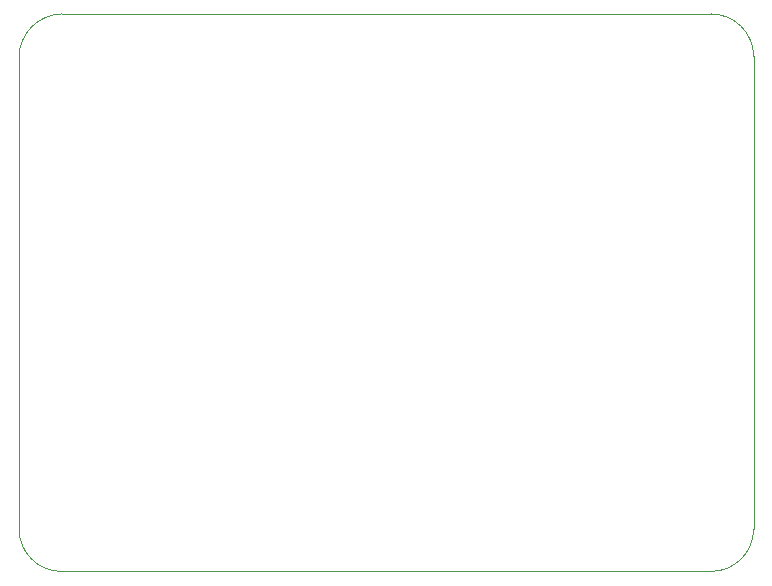
<source format=gbr>
%TF.GenerationSoftware,KiCad,Pcbnew,(5.1.8-0-10_14)*%
%TF.CreationDate,2021-03-11T12:17:02+11:00*%
%TF.ProjectId,Open-JIP(KiCad)_T3.6,4f70656e-2d4a-4495-9028-4b6943616429,rev?*%
%TF.SameCoordinates,Original*%
%TF.FileFunction,Profile,NP*%
%FSLAX46Y46*%
G04 Gerber Fmt 4.6, Leading zero omitted, Abs format (unit mm)*
G04 Created by KiCad (PCBNEW (5.1.8-0-10_14)) date 2021-03-11 12:17:02*
%MOMM*%
%LPD*%
G01*
G04 APERTURE LIST*
%TA.AperFunction,Profile*%
%ADD10C,0.100000*%
%TD*%
G04 APERTURE END LIST*
D10*
X112400001Y-71999999D02*
G75*
G02*
X116000001Y-68400001I3699999J-100001D01*
G01*
X116000000Y-115600000D02*
G75*
G02*
X112400000Y-112000000I0J3600000D01*
G01*
X171000000Y-68400000D02*
G75*
G02*
X174600000Y-72000000I0J-3600000D01*
G01*
X174600000Y-112000000D02*
G75*
G02*
X171000000Y-115600000I-3600000J0D01*
G01*
X112400001Y-71999999D02*
X112400000Y-112000000D01*
X116000000Y-115600000D02*
X171000000Y-115600000D01*
X174600000Y-72000000D02*
X174600000Y-112000000D01*
X116000001Y-68400001D02*
X171000000Y-68400000D01*
M02*

</source>
